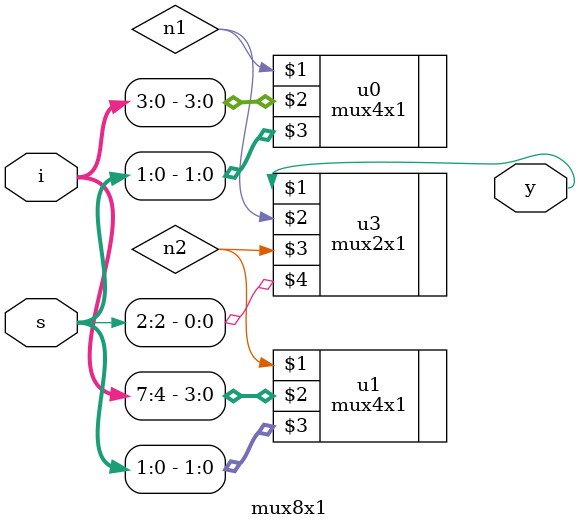
<source format=v>
`include "mux2x1_df.v"
`include "mux4x1_df.v"
module mux8x1(i,s,y);
	input [7:0] i;
	input [2:0] s;
	output y;
	//Create instances of 4x1 MUX
	mux4x1 u0(n1,i[3:0],s[1:0]); //
	mux4x1 u1(n2,i[7:4],s[1:0]);
	//Create instance of 2x1 MUX
	mux2x1 u3(y,n1,n2,s[2]);
	
endmodule

</source>
